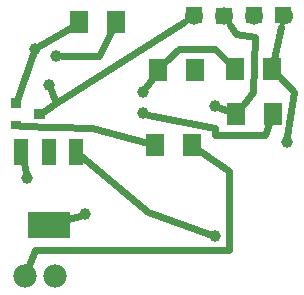
<source format=gbl>
G04 MADE WITH FRITZING*
G04 WWW.FRITZING.ORG*
G04 DOUBLE SIDED*
G04 HOLES PLATED*
G04 CONTOUR ON CENTER OF CONTOUR VECTOR*
%ASAXBY*%
%FSLAX23Y23*%
%MOIN*%
%OFA0B0*%
%SFA1.0B1.0*%
%ADD10C,0.078000*%
%ADD11C,0.060000*%
%ADD12C,0.039370*%
%ADD13R,0.055556X0.055556*%
%ADD14R,0.062992X0.074803*%
%ADD15R,0.048000X0.088000*%
%ADD16R,0.141732X0.086614*%
%ADD17R,0.035433X0.031496*%
%ADD18C,0.024000*%
%ADD19R,0.001000X0.001000*%
%LNCOPPER0*%
G90*
G70*
G54D10*
X77Y85D03*
X177Y85D03*
G54D11*
X638Y954D03*
X738Y954D03*
X838Y954D03*
X938Y954D03*
G54D12*
X468Y628D03*
X180Y820D03*
X156Y724D03*
X708Y220D03*
X468Y700D03*
X276Y292D03*
X708Y652D03*
X948Y532D03*
X108Y844D03*
X84Y412D03*
G54D13*
X738Y954D03*
X639Y955D03*
X838Y955D03*
X935Y955D03*
G54D14*
X380Y932D03*
X257Y932D03*
X642Y774D03*
X520Y774D03*
X777Y776D03*
X899Y776D03*
X781Y626D03*
X903Y626D03*
X511Y523D03*
X633Y523D03*
G54D15*
X64Y500D03*
X155Y500D03*
X246Y500D03*
G54D16*
X155Y256D03*
G54D17*
X46Y588D03*
G54D18*
X487Y624D02*
X708Y580D01*
X708Y580D02*
X708Y556D01*
X708Y556D02*
X876Y556D01*
X876Y556D02*
X891Y594D01*
D02*
X199Y820D02*
X324Y820D01*
X324Y820D02*
X364Y900D01*
D02*
X485Y530D02*
X300Y580D01*
X300Y580D02*
X59Y587D01*
D02*
X137Y634D02*
X180Y664D01*
X180Y664D02*
X607Y934D01*
D02*
X163Y706D02*
X180Y664D01*
D02*
X487Y300D02*
X690Y226D01*
D02*
X264Y485D02*
X487Y300D01*
D02*
X87Y113D02*
X108Y172D01*
X108Y172D02*
X756Y172D01*
X756Y172D02*
X756Y436D01*
X756Y436D02*
X659Y504D01*
D02*
X751Y802D02*
X708Y844D01*
X708Y844D02*
X588Y844D01*
X588Y844D02*
X546Y801D01*
D02*
X479Y715D02*
X498Y742D01*
D02*
X760Y922D02*
X780Y892D01*
X780Y892D02*
X844Y884D01*
D02*
X844Y884D02*
X841Y788D01*
D02*
X841Y788D02*
X837Y699D01*
D02*
X837Y699D02*
X805Y658D01*
D02*
X220Y275D02*
X258Y287D01*
D02*
X726Y646D02*
X755Y635D01*
D02*
X925Y749D02*
X972Y700D01*
X972Y700D02*
X951Y551D01*
D02*
X928Y917D02*
X905Y808D01*
D02*
X232Y916D02*
X124Y854D01*
D02*
X50Y673D02*
X102Y826D01*
D02*
X72Y462D02*
X80Y430D01*
G36*
X64Y647D02*
X29Y647D01*
X29Y678D01*
X64Y678D01*
X64Y647D01*
G37*
D02*
G36*
X143Y609D02*
X107Y609D01*
X107Y641D01*
X143Y641D01*
X143Y609D01*
G37*
D02*
G54D19*
D02*
G04 End of Copper0*
M02*
</source>
